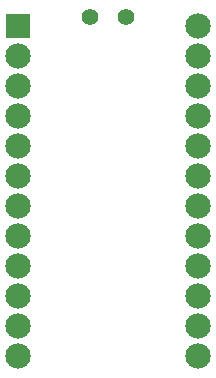
<source format=gbr>
G04 #@! TF.GenerationSoftware,KiCad,Pcbnew,(5.0.0)*
G04 #@! TF.CreationDate,2020-03-09T09:29:50-06:00*
G04 #@! TF.ProjectId,BatteryPack,426174746572795061636B2E6B696361,rev?*
G04 #@! TF.SameCoordinates,Original*
G04 #@! TF.FileFunction,Soldermask,Bot*
G04 #@! TF.FilePolarity,Negative*
%FSLAX46Y46*%
G04 Gerber Fmt 4.6, Leading zero omitted, Abs format (unit mm)*
G04 Created by KiCad (PCBNEW (5.0.0)) date 03/09/20 09:29:50*
%MOMM*%
%LPD*%
G01*
G04 APERTURE LIST*
%ADD10R,2.152600X2.152600*%
%ADD11C,2.152600*%
%ADD12C,1.400000*%
G04 APERTURE END LIST*
D10*
G04 #@! TO.C,U1*
X120650000Y-64060000D03*
D11*
X120650000Y-66600000D03*
X120650000Y-69140000D03*
X120650000Y-71680000D03*
X120650000Y-74220000D03*
X120650000Y-76760000D03*
X120650000Y-79300000D03*
X120650000Y-81840000D03*
X120650000Y-84380000D03*
X120650000Y-86920000D03*
X120650000Y-89460000D03*
X120650000Y-92000000D03*
X135890000Y-92000000D03*
X135890000Y-89460000D03*
X135890000Y-86920000D03*
X135890000Y-84380000D03*
X135890000Y-81840000D03*
X135890000Y-79300000D03*
X135890000Y-76760000D03*
X135890000Y-74220000D03*
X135890000Y-71680000D03*
X135890000Y-69140000D03*
X135890000Y-66600000D03*
X135890000Y-64060000D03*
G04 #@! TD*
D12*
G04 #@! TO.C,SW2*
X129770000Y-63246000D03*
X126770000Y-63246000D03*
G04 #@! TD*
M02*

</source>
